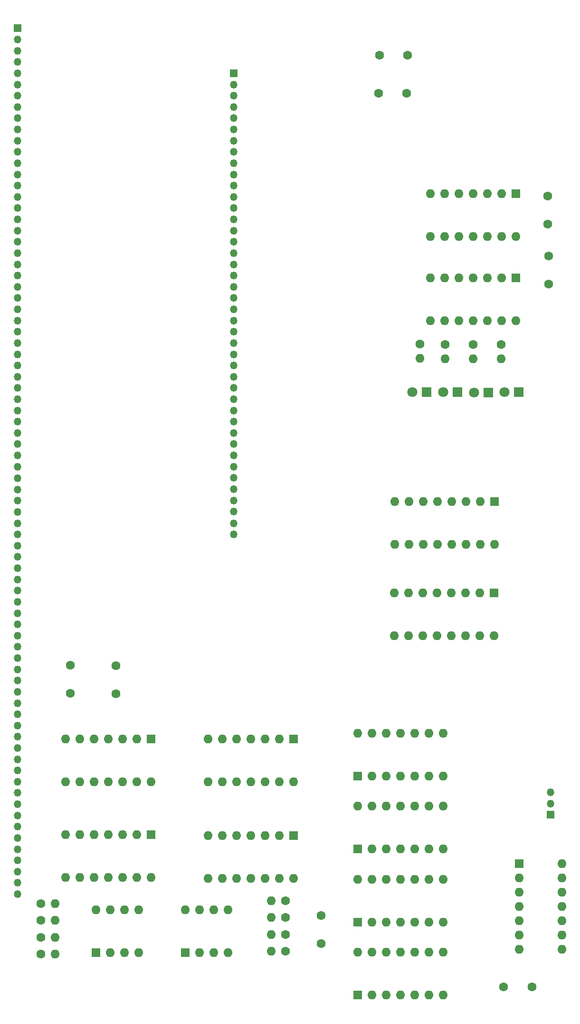
<source format=gbs>
%TF.GenerationSoftware,KiCad,Pcbnew,6.0.1-79c1e3a40b~116~ubuntu21.10.1*%
%TF.CreationDate,2022-02-12T18:15:07+01:00*%
%TF.ProjectId,Activation_Module,41637469-7661-4746-996f-6e5f4d6f6475,v0.3*%
%TF.SameCoordinates,Original*%
%TF.FileFunction,Soldermask,Bot*%
%TF.FilePolarity,Negative*%
%FSLAX46Y46*%
G04 Gerber Fmt 4.6, Leading zero omitted, Abs format (unit mm)*
G04 Created by KiCad (PCBNEW 6.0.1-79c1e3a40b~116~ubuntu21.10.1) date 2022-02-12 18:15:07*
%MOMM*%
%LPD*%
G01*
G04 APERTURE LIST*
%ADD10R,1.600000X1.600000*%
%ADD11O,1.600000X1.600000*%
%ADD12R,1.800000X1.800000*%
%ADD13C,1.800000*%
%ADD14R,1.350000X1.350000*%
%ADD15O,1.350000X1.350000*%
%ADD16C,1.600000*%
G04 APERTURE END LIST*
D10*
%TO.C,U19*%
X118625000Y-45200000D03*
D11*
X116085000Y-45200000D03*
X113545000Y-45200000D03*
X111005000Y-45200000D03*
X108465000Y-45200000D03*
X105925000Y-45200000D03*
X103385000Y-45200000D03*
X103385000Y-52820000D03*
X105925000Y-52820000D03*
X108465000Y-52820000D03*
X111005000Y-52820000D03*
X113545000Y-52820000D03*
X116085000Y-52820000D03*
X118625000Y-52820000D03*
%TD*%
D10*
%TO.C,U6*%
X90375000Y-148800000D03*
D11*
X92915000Y-148800000D03*
X95455000Y-148800000D03*
X97995000Y-148800000D03*
X100535000Y-148800000D03*
X103075000Y-148800000D03*
X105615000Y-148800000D03*
X105615000Y-141180000D03*
X103075000Y-141180000D03*
X100535000Y-141180000D03*
X97995000Y-141180000D03*
X95455000Y-141180000D03*
X92915000Y-141180000D03*
X90375000Y-141180000D03*
%TD*%
D12*
%TO.C,D3*%
X108175000Y-80540000D03*
D13*
X105635000Y-80540000D03*
%TD*%
D10*
%TO.C,U5*%
X79000000Y-159400000D03*
D11*
X76460000Y-159400000D03*
X73920000Y-159400000D03*
X71380000Y-159400000D03*
X68840000Y-159400000D03*
X66300000Y-159400000D03*
X63760000Y-159400000D03*
X63760000Y-167020000D03*
X66300000Y-167020000D03*
X68840000Y-167020000D03*
X71380000Y-167020000D03*
X73920000Y-167020000D03*
X76460000Y-167020000D03*
X79000000Y-167020000D03*
%TD*%
%TO.C,U7*%
X90375000Y-167180000D03*
X92915000Y-167180000D03*
X95455000Y-167180000D03*
X97995000Y-167180000D03*
X100535000Y-167180000D03*
X103075000Y-167180000D03*
X105615000Y-167180000D03*
X105615000Y-174800000D03*
X103075000Y-174800000D03*
X100535000Y-174800000D03*
X97995000Y-174800000D03*
X95455000Y-174800000D03*
X92915000Y-174800000D03*
D10*
X90375000Y-174800000D03*
%TD*%
D14*
%TO.C,J1*%
X29800000Y-15770954D03*
D15*
X29800000Y-17770954D03*
X29800000Y-19770954D03*
X29800000Y-21770954D03*
X29800000Y-23770954D03*
X29800000Y-25770954D03*
X29800000Y-27770954D03*
X29800000Y-29770954D03*
X29800000Y-31770954D03*
X29800000Y-33770954D03*
X29800000Y-35770954D03*
X29800000Y-37770954D03*
X29800000Y-39770954D03*
X29800000Y-41770954D03*
X29800000Y-43770954D03*
X29800000Y-45770954D03*
X29800000Y-47770954D03*
X29800000Y-49770954D03*
X29800000Y-51770954D03*
X29800000Y-53770954D03*
X29800000Y-55770954D03*
X29800000Y-57770954D03*
X29800000Y-59770954D03*
X29800000Y-61770954D03*
X29800000Y-63770954D03*
X29800000Y-65770954D03*
X29800000Y-67770954D03*
X29800000Y-69770954D03*
X29800000Y-71770954D03*
X29800000Y-73770954D03*
X29800000Y-75770954D03*
X29800000Y-77770954D03*
X29800000Y-79770954D03*
X29800000Y-81770954D03*
X29800000Y-83770954D03*
X29800000Y-85770954D03*
X29800000Y-87770954D03*
X29800000Y-89770954D03*
X29800000Y-91770954D03*
X29800000Y-93770954D03*
X29800000Y-95830954D03*
X29800000Y-97830954D03*
X29800000Y-99830954D03*
X29800000Y-101830954D03*
X29800000Y-103830954D03*
X29800000Y-105830954D03*
X29800000Y-107830954D03*
X29800000Y-109830954D03*
X29800000Y-111830954D03*
X29800000Y-113830954D03*
X29800000Y-115830954D03*
X29800000Y-117830954D03*
X29800000Y-119830954D03*
X29800000Y-121830954D03*
X29800000Y-123830954D03*
X29800000Y-125830954D03*
X29800000Y-127830954D03*
X29800000Y-129830954D03*
X29800000Y-131830954D03*
X29800000Y-133830954D03*
X29800000Y-135830954D03*
X29800000Y-137830954D03*
X29800000Y-139830954D03*
X29800000Y-141830954D03*
X29800000Y-143830954D03*
X29800000Y-145830954D03*
X29800000Y-147830954D03*
X29800000Y-149830954D03*
X29800000Y-151830954D03*
X29800000Y-153830954D03*
X29800000Y-155830954D03*
X29800000Y-157830954D03*
X29800000Y-159830954D03*
X29800000Y-161830954D03*
X29800000Y-163830954D03*
X29800000Y-165830954D03*
X29800000Y-167830954D03*
X29800000Y-169830954D03*
%TD*%
D16*
%TO.C,R9*%
X33982372Y-177500000D03*
D11*
X36522372Y-177500000D03*
%TD*%
D16*
%TO.C,R10*%
X33982372Y-180500000D03*
D11*
X36522372Y-180500000D03*
%TD*%
D16*
%TO.C,R1*%
X77567372Y-180000000D03*
D11*
X75027372Y-180000000D03*
%TD*%
D10*
%TO.C,U4*%
X79000000Y-142200000D03*
D11*
X76460000Y-142200000D03*
X73920000Y-142200000D03*
X71380000Y-142200000D03*
X68840000Y-142200000D03*
X66300000Y-142200000D03*
X63760000Y-142200000D03*
X63760000Y-149820000D03*
X66300000Y-149820000D03*
X68840000Y-149820000D03*
X71380000Y-149820000D03*
X73920000Y-149820000D03*
X76460000Y-149820000D03*
X79000000Y-149820000D03*
%TD*%
D16*
%TO.C,C5*%
X47340000Y-134200000D03*
X47340000Y-129200000D03*
%TD*%
%TO.C,R3*%
X77567372Y-174000000D03*
D11*
X75027372Y-174000000D03*
%TD*%
%TO.C,R6*%
X116000000Y-74540000D03*
D16*
X116000000Y-72000000D03*
%TD*%
D12*
%TO.C,D4*%
X113660000Y-80550000D03*
D13*
X111120000Y-80550000D03*
%TD*%
D10*
%TO.C,U20*%
X114700000Y-116200000D03*
D11*
X112160000Y-116200000D03*
X109620000Y-116200000D03*
X107080000Y-116200000D03*
X104540000Y-116200000D03*
X102000000Y-116200000D03*
X99460000Y-116200000D03*
X96920000Y-116200000D03*
X96920000Y-123820000D03*
X99460000Y-123820000D03*
X102000000Y-123820000D03*
X104540000Y-123820000D03*
X107080000Y-123820000D03*
X109620000Y-123820000D03*
X112160000Y-123820000D03*
X114700000Y-123820000D03*
%TD*%
D16*
%TO.C,R12*%
X111000000Y-72000000D03*
D11*
X111000000Y-74540000D03*
%TD*%
D16*
%TO.C,R5*%
X101470000Y-71925000D03*
D11*
X101470000Y-74465000D03*
%TD*%
D14*
%TO.C,U2*%
X68300000Y-23770954D03*
D15*
X68300000Y-25770954D03*
X68300000Y-27770954D03*
X68300000Y-29770954D03*
X68300000Y-31770954D03*
X68300000Y-33770954D03*
X68300000Y-35770954D03*
X68300000Y-37770954D03*
X68300000Y-39770954D03*
X68300000Y-41770954D03*
X68300000Y-43770954D03*
X68300000Y-45770954D03*
X68300000Y-47770954D03*
X68300000Y-49770954D03*
X68300000Y-51770954D03*
X68300000Y-53770954D03*
X68300000Y-55770954D03*
X68300000Y-57770954D03*
X68300000Y-59770954D03*
X68300000Y-61770954D03*
X68300000Y-63770954D03*
X68300000Y-65770954D03*
X68300000Y-67770954D03*
X68300000Y-69770954D03*
X68300000Y-71770954D03*
X68300000Y-73770954D03*
X68300000Y-75770954D03*
X68300000Y-77770954D03*
X68300000Y-79770954D03*
X68300000Y-81770954D03*
X68300000Y-83770954D03*
X68300000Y-85770954D03*
X68300000Y-87770954D03*
X68300000Y-89770954D03*
X68300000Y-91770954D03*
X68300000Y-93770954D03*
X68300000Y-95770954D03*
X68300000Y-97770954D03*
X68300000Y-99770954D03*
X68300000Y-101770954D03*
X68300000Y-103830954D03*
X68300000Y-105830954D03*
%TD*%
D10*
%TO.C,U16*%
X90375000Y-161800000D03*
D11*
X92915000Y-161800000D03*
X95455000Y-161800000D03*
X97995000Y-161800000D03*
X100535000Y-161800000D03*
X103075000Y-161800000D03*
X105615000Y-161800000D03*
X105615000Y-154180000D03*
X103075000Y-154180000D03*
X100535000Y-154180000D03*
X97995000Y-154180000D03*
X95455000Y-154180000D03*
X92915000Y-154180000D03*
X90375000Y-154180000D03*
%TD*%
D10*
%TO.C,U13*%
X53625000Y-159200000D03*
D11*
X51085000Y-159200000D03*
X48545000Y-159200000D03*
X46005000Y-159200000D03*
X43465000Y-159200000D03*
X40925000Y-159200000D03*
X38385000Y-159200000D03*
X38385000Y-166820000D03*
X40925000Y-166820000D03*
X43465000Y-166820000D03*
X46005000Y-166820000D03*
X48545000Y-166820000D03*
X51085000Y-166820000D03*
X53625000Y-166820000D03*
%TD*%
D16*
%TO.C,R2*%
X77567372Y-177000000D03*
D11*
X75027372Y-177000000D03*
%TD*%
D14*
%TO.C,J2*%
X124774000Y-155700000D03*
D15*
X124774000Y-153700000D03*
X124774000Y-151700000D03*
%TD*%
D12*
%TO.C,D1*%
X102720000Y-80530000D03*
D13*
X100180000Y-80530000D03*
%TD*%
D10*
%TO.C,SW2*%
X43722372Y-180267500D03*
D11*
X46262372Y-180267500D03*
X48802372Y-180267500D03*
X51342372Y-180267500D03*
X51342372Y-172647500D03*
X48802372Y-172647500D03*
X46262372Y-172647500D03*
X43722372Y-172647500D03*
%TD*%
D10*
%TO.C,U22*%
X119200000Y-164375000D03*
D11*
X119200000Y-166915000D03*
X119200000Y-169455000D03*
X119200000Y-171995000D03*
X119200000Y-174535000D03*
X119200000Y-177075000D03*
X119200000Y-179615000D03*
X126820000Y-179615000D03*
X126820000Y-177075000D03*
X126820000Y-174535000D03*
X126820000Y-171995000D03*
X126820000Y-169455000D03*
X126820000Y-166915000D03*
X126820000Y-164375000D03*
%TD*%
D10*
%TO.C,U18*%
X118625000Y-60200000D03*
D11*
X116085000Y-60200000D03*
X113545000Y-60200000D03*
X111005000Y-60200000D03*
X108465000Y-60200000D03*
X105925000Y-60200000D03*
X103385000Y-60200000D03*
X103385000Y-67820000D03*
X105925000Y-67820000D03*
X108465000Y-67820000D03*
X111005000Y-67820000D03*
X113545000Y-67820000D03*
X116085000Y-67820000D03*
X118625000Y-67820000D03*
%TD*%
D16*
%TO.C,R8*%
X33982372Y-174500000D03*
D11*
X36522372Y-174500000D03*
%TD*%
D16*
%TO.C,C2*%
X39190000Y-129100000D03*
X39190000Y-134100000D03*
%TD*%
%TO.C,C1*%
X124430000Y-61270000D03*
X124430000Y-56270000D03*
%TD*%
D10*
%TO.C,U12*%
X53625000Y-142200000D03*
D11*
X51085000Y-142200000D03*
X48545000Y-142200000D03*
X46005000Y-142200000D03*
X43465000Y-142200000D03*
X40925000Y-142200000D03*
X38385000Y-142200000D03*
X38385000Y-149820000D03*
X40925000Y-149820000D03*
X43465000Y-149820000D03*
X46005000Y-149820000D03*
X48545000Y-149820000D03*
X51085000Y-149820000D03*
X53625000Y-149820000D03*
%TD*%
D16*
%TO.C,C7*%
X94300000Y-20530000D03*
X99300000Y-20530000D03*
%TD*%
%TO.C,C4*%
X116450000Y-186320000D03*
X121450000Y-186320000D03*
%TD*%
%TO.C,C3*%
X99150000Y-27360000D03*
X94150000Y-27360000D03*
%TD*%
D12*
%TO.C,D2*%
X119150000Y-80540000D03*
D13*
X116610000Y-80540000D03*
%TD*%
D10*
%TO.C,SW1*%
X59722372Y-180267500D03*
D11*
X62262372Y-180267500D03*
X64802372Y-180267500D03*
X67342372Y-180267500D03*
X67342372Y-172647500D03*
X64802372Y-172647500D03*
X62262372Y-172647500D03*
X59722372Y-172647500D03*
%TD*%
D16*
%TO.C,C8*%
X124320000Y-45650000D03*
X124320000Y-50650000D03*
%TD*%
D10*
%TO.C,U21*%
X114800000Y-100000000D03*
D11*
X112260000Y-100000000D03*
X109720000Y-100000000D03*
X107180000Y-100000000D03*
X104640000Y-100000000D03*
X102100000Y-100000000D03*
X99560000Y-100000000D03*
X97020000Y-100000000D03*
X97020000Y-107620000D03*
X99560000Y-107620000D03*
X102100000Y-107620000D03*
X104640000Y-107620000D03*
X107180000Y-107620000D03*
X109720000Y-107620000D03*
X112260000Y-107620000D03*
X114800000Y-107620000D03*
%TD*%
D16*
%TO.C,R11*%
X106000000Y-72000000D03*
D11*
X106000000Y-74540000D03*
%TD*%
D16*
%TO.C,R7*%
X33982372Y-171500000D03*
D11*
X36522372Y-171500000D03*
%TD*%
%TO.C,U15*%
X90375000Y-180180000D03*
X92915000Y-180180000D03*
X95455000Y-180180000D03*
X97995000Y-180180000D03*
X100535000Y-180180000D03*
X103075000Y-180180000D03*
X105615000Y-180180000D03*
X105615000Y-187800000D03*
X103075000Y-187800000D03*
X100535000Y-187800000D03*
X97995000Y-187800000D03*
X95455000Y-187800000D03*
X92915000Y-187800000D03*
D10*
X90375000Y-187800000D03*
%TD*%
D16*
%TO.C,R4*%
X77562372Y-171000000D03*
D11*
X75022372Y-171000000D03*
%TD*%
D16*
%TO.C,C6*%
X83930000Y-173600000D03*
X83930000Y-178600000D03*
%TD*%
M02*

</source>
